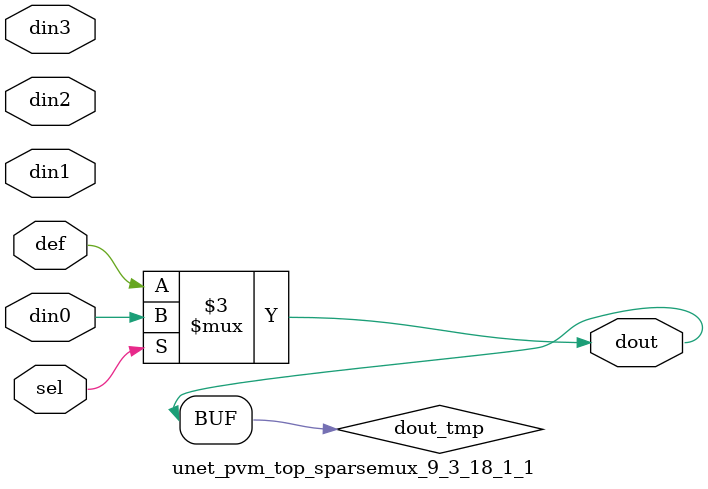
<source format=v>
`timescale 1ns / 1ps

module unet_pvm_top_sparsemux_9_3_18_1_1 (din0,din1,din2,din3,def,sel,dout);

parameter din0_WIDTH = 1;

parameter din1_WIDTH = 1;

parameter din2_WIDTH = 1;

parameter din3_WIDTH = 1;

parameter def_WIDTH = 1;
parameter sel_WIDTH = 1;
parameter dout_WIDTH = 1;

parameter [sel_WIDTH-1:0] CASE0 = 1;

parameter [sel_WIDTH-1:0] CASE1 = 1;

parameter [sel_WIDTH-1:0] CASE2 = 1;

parameter [sel_WIDTH-1:0] CASE3 = 1;

parameter ID = 1;
parameter NUM_STAGE = 1;



input [din0_WIDTH-1:0] din0;

input [din1_WIDTH-1:0] din1;

input [din2_WIDTH-1:0] din2;

input [din3_WIDTH-1:0] din3;

input [def_WIDTH-1:0] def;
input [sel_WIDTH-1:0] sel;

output [dout_WIDTH-1:0] dout;



reg [dout_WIDTH-1:0] dout_tmp;


always @ (*) begin
(* parallel_case *) case (sel)
    
    CASE0 : dout_tmp = din0;
    
    CASE1 : dout_tmp = din1;
    
    CASE2 : dout_tmp = din2;
    
    CASE3 : dout_tmp = din3;
    
    default : dout_tmp = def;
endcase
end


assign dout = dout_tmp;



endmodule

</source>
